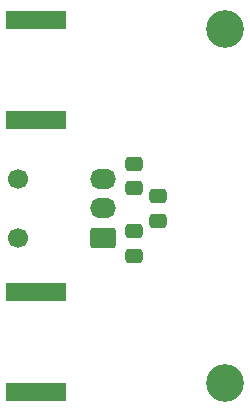
<source format=gbs>
%TF.GenerationSoftware,KiCad,Pcbnew,6.0.4-6f826c9f35~116~ubuntu20.04.1*%
%TF.CreationDate,2022-04-28T13:53:23-05:00*%
%TF.ProjectId,opamp_inverting_single,6f70616d-705f-4696-9e76-657274696e67,1.0*%
%TF.SameCoordinates,Original*%
%TF.FileFunction,Soldermask,Bot*%
%TF.FilePolarity,Negative*%
%FSLAX46Y46*%
G04 Gerber Fmt 4.6, Leading zero omitted, Abs format (unit mm)*
G04 Created by KiCad (PCBNEW 6.0.4-6f826c9f35~116~ubuntu20.04.1) date 2022-04-28 13:53:23*
%MOMM*%
%LPD*%
G01*
G04 APERTURE LIST*
G04 Aperture macros list*
%AMRoundRect*
0 Rectangle with rounded corners*
0 $1 Rounding radius*
0 $2 $3 $4 $5 $6 $7 $8 $9 X,Y pos of 4 corners*
0 Add a 4 corners polygon primitive as box body*
4,1,4,$2,$3,$4,$5,$6,$7,$8,$9,$2,$3,0*
0 Add four circle primitives for the rounded corners*
1,1,$1+$1,$2,$3*
1,1,$1+$1,$4,$5*
1,1,$1+$1,$6,$7*
1,1,$1+$1,$8,$9*
0 Add four rect primitives between the rounded corners*
20,1,$1+$1,$2,$3,$4,$5,0*
20,1,$1+$1,$4,$5,$6,$7,0*
20,1,$1+$1,$6,$7,$8,$9,0*
20,1,$1+$1,$8,$9,$2,$3,0*%
G04 Aperture macros list end*
%ADD10C,3.200000*%
%ADD11C,1.700000*%
%ADD12RoundRect,0.250000X0.850000X0.600000X-0.850000X0.600000X-0.850000X-0.600000X0.850000X-0.600000X0*%
%ADD13O,2.200000X1.700000*%
%ADD14R,5.080000X1.500000*%
%ADD15RoundRect,0.250000X-0.475000X0.337500X-0.475000X-0.337500X0.475000X-0.337500X0.475000X0.337500X0*%
G04 APERTURE END LIST*
D10*
%TO.C,REF\u002A\u002A*%
X160824989Y-102299989D03*
%TD*%
%TO.C,REF\u002A\u002A*%
X160824989Y-72299989D03*
%TD*%
D11*
%TO.C,J3*%
X143284989Y-84999989D03*
X143284989Y-89999989D03*
D12*
X150464989Y-89999989D03*
D13*
X150464989Y-87499989D03*
X150464989Y-84999989D03*
%TD*%
D14*
%TO.C,J2*%
X144824989Y-103049989D03*
X144824989Y-94549989D03*
%TD*%
%TO.C,J1*%
X144824989Y-80049989D03*
X144824989Y-71549989D03*
%TD*%
D15*
%TO.C,C8*%
X155199989Y-86462489D03*
X155199989Y-88537489D03*
%TD*%
%TO.C,C6*%
X153149989Y-85787489D03*
X153149989Y-83712489D03*
%TD*%
%TO.C,C4*%
X153099989Y-89424989D03*
X153099989Y-91499989D03*
%TD*%
M02*

</source>
